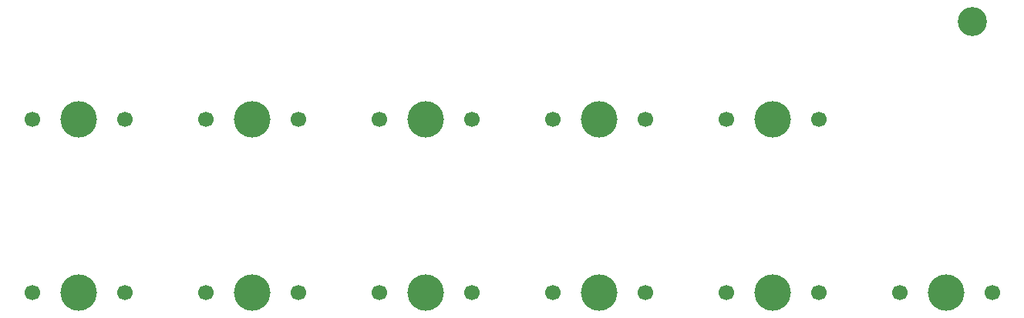
<source format=gbr>
%TF.GenerationSoftware,KiCad,Pcbnew,9.0.6*%
%TF.CreationDate,2025-12-11T16:51:16+11:00*%
%TF.ProjectId,vali-macroPAD,76616c69-2d6d-4616-9372-6f5041442e6b,rev?*%
%TF.SameCoordinates,Original*%
%TF.FileFunction,NonPlated,1,2,NPTH,Drill*%
%TF.FilePolarity,Positive*%
%FSLAX46Y46*%
G04 Gerber Fmt 4.6, Leading zero omitted, Abs format (unit mm)*
G04 Created by KiCad (PCBNEW 9.0.6) date 2025-12-11 16:51:16*
%MOMM*%
%LPD*%
G01*
G04 APERTURE LIST*
%TA.AperFunction,ComponentDrill*%
%ADD10C,1.700000*%
%TD*%
%TA.AperFunction,ComponentDrill*%
%ADD11C,3.200000*%
%TD*%
%TA.AperFunction,ComponentDrill*%
%ADD12C,4.000000*%
%TD*%
G04 APERTURE END LIST*
D10*
%TO.C,SW1*%
X99695000Y-90487500D03*
%TO.C,SW5*%
X99695000Y-109537500D03*
%TO.C,SW1*%
X109855000Y-90487500D03*
%TO.C,SW5*%
X109855000Y-109537500D03*
%TO.C,SW2*%
X118745000Y-90487500D03*
%TO.C,SW6*%
X118745000Y-109537500D03*
%TO.C,SW2*%
X128905000Y-90487500D03*
%TO.C,SW6*%
X128905000Y-109537500D03*
%TO.C,SW3*%
X137795000Y-90487500D03*
%TO.C,SW7*%
X137795000Y-109537500D03*
%TO.C,SW3*%
X147955000Y-90487500D03*
%TO.C,SW7*%
X147955000Y-109537500D03*
%TO.C,SW4*%
X156845000Y-90487500D03*
%TO.C,SW8*%
X156845000Y-109537500D03*
%TO.C,SW4*%
X167005000Y-90487500D03*
%TO.C,SW8*%
X167005000Y-109537500D03*
%TO.C,SW9*%
X175895000Y-90487500D03*
%TO.C,SW11*%
X175895000Y-109537500D03*
%TO.C,SW9*%
X186055000Y-90487500D03*
%TO.C,SW11*%
X186055000Y-109537500D03*
%TO.C,SW12*%
X194945000Y-109537500D03*
X205105000Y-109537500D03*
D11*
%TO.C,M3*%
X202900000Y-79800000D03*
D12*
%TO.C,SW1*%
X104775000Y-90487500D03*
%TO.C,SW5*%
X104775000Y-109537500D03*
%TO.C,SW2*%
X123825000Y-90487500D03*
%TO.C,SW6*%
X123825000Y-109537500D03*
%TO.C,SW3*%
X142875000Y-90487500D03*
%TO.C,SW7*%
X142875000Y-109537500D03*
%TO.C,SW4*%
X161925000Y-90487500D03*
%TO.C,SW8*%
X161925000Y-109537500D03*
%TO.C,SW9*%
X180975000Y-90487500D03*
%TO.C,SW11*%
X180975000Y-109537500D03*
%TO.C,SW12*%
X200025000Y-109537500D03*
M02*

</source>
